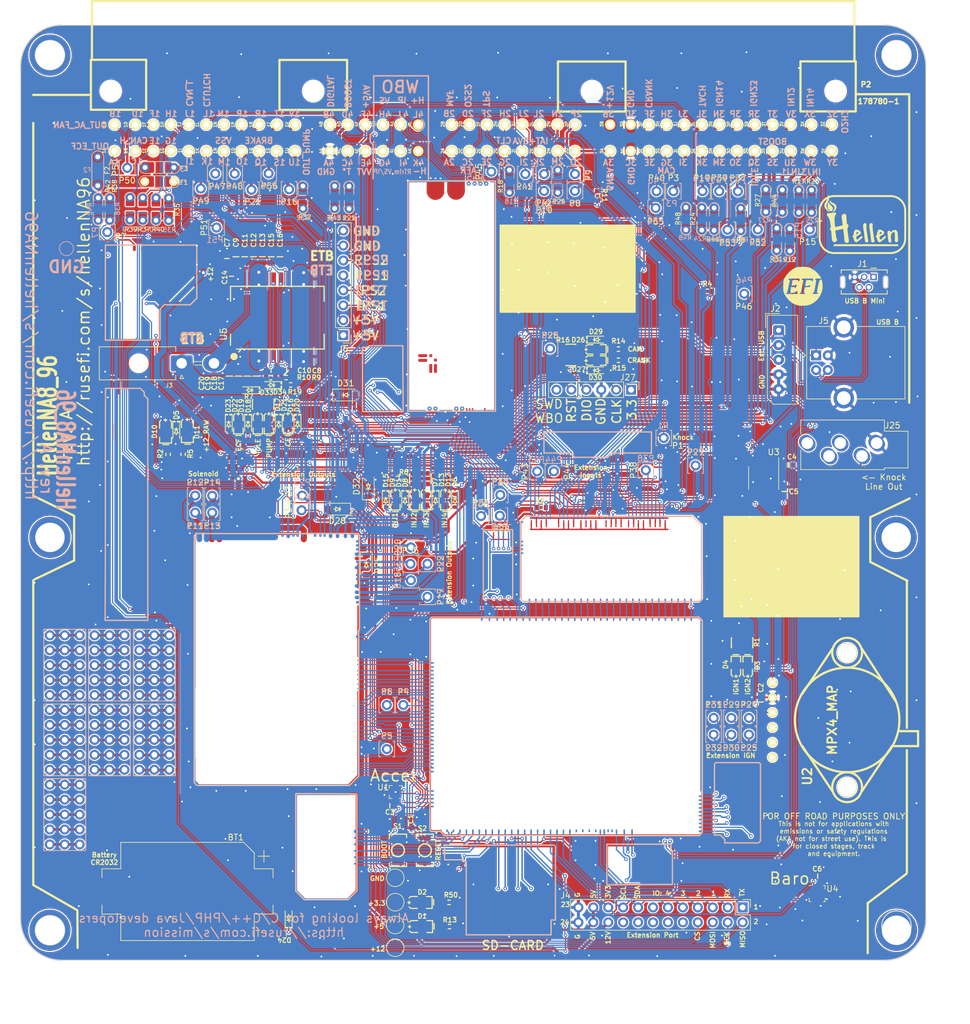
<source format=kicad_pcb>
(kicad_pcb (version 20210424) (generator pcbnew)

  (general
    (thickness 1.6)
  )

  (paper "A")
  (title_block
    (title "Hellen64_NA8_96")
    (date "2020-08-21")
    (rev "a")
  )

  (layers
    (0 "F.Cu" signal)
    (31 "B.Cu" signal)
    (32 "B.Adhes" user "B.Adhesive")
    (33 "F.Adhes" user "F.Adhesive")
    (34 "B.Paste" user)
    (35 "F.Paste" user)
    (36 "B.SilkS" user "B.Silkscreen")
    (37 "F.SilkS" user "F.Silkscreen")
    (38 "B.Mask" user)
    (39 "F.Mask" user)
    (40 "Dwgs.User" user "User.Drawings")
    (41 "Cmts.User" user "User.Comments")
    (42 "Eco1.User" user "User.Eco1")
    (43 "Eco2.User" user "User.Eco2")
    (44 "Edge.Cuts" user)
    (45 "Margin" user)
    (46 "B.CrtYd" user "B.Courtyard")
    (47 "F.CrtYd" user "F.Courtyard")
    (48 "B.Fab" user)
    (49 "F.Fab" user)
  )

  (setup
    (stackup
      (layer "F.SilkS" (type "Top Silk Screen"))
      (layer "F.Paste" (type "Top Solder Paste"))
      (layer "F.Mask" (type "Top Solder Mask") (color "Green") (thickness 0.01))
      (layer "F.Cu" (type "copper") (thickness 0.035))
      (layer "dielectric 1" (type "core") (thickness 1.51) (material "FR4") (epsilon_r 4.5) (loss_tangent 0.02))
      (layer "B.Cu" (type "copper") (thickness 0.035))
      (layer "B.Mask" (type "Bottom Solder Mask") (color "Green") (thickness 0.01))
      (layer "B.Paste" (type "Bottom Solder Paste"))
      (layer "B.SilkS" (type "Bottom Silk Screen"))
      (copper_finish "None")
      (dielectric_constraints no)
    )
    (pad_to_mask_clearance 0)
    (aux_axis_origin 21.09832 170.70534)
    (pcbplotparams
      (layerselection 0x00310f8_ffffffff)
      (disableapertmacros true)
      (usegerberextensions true)
      (usegerberattributes false)
      (usegerberadvancedattributes true)
      (creategerberjobfile false)
      (svguseinch false)
      (svgprecision 6)
      (excludeedgelayer true)
      (plotframeref false)
      (viasonmask false)
      (mode 1)
      (useauxorigin true)
      (hpglpennumber 1)
      (hpglpenspeed 20)
      (hpglpendiameter 15.000000)
      (dxfpolygonmode true)
      (dxfimperialunits true)
      (dxfusepcbnewfont true)
      (psnegative false)
      (psa4output false)
      (plotreference true)
      (plotvalue false)
      (plotinvisibletext false)
      (sketchpadsonfab false)
      (subtractmaskfromsilk false)
      (outputformat 1)
      (mirror false)
      (drillshape 0)
      (scaleselection 1)
      (outputdirectory "gerber/")
    )
  )

  (net 0 "")
  (net 1 "GND")
  (net 2 "/IN_CRANK")
  (net 3 "+12V")
  (net 4 "Net-(D1-Pad2)")
  (net 5 "/1G")
  (net 6 "/1H")
  (net 7 "/1E")
  (net 8 "/3B")
  (net 9 "/1B")
  (net 10 "/1A")
  (net 11 "/1D")
  (net 12 "Net-(D2-Pad2)")
  (net 13 "/1J")
  (net 14 "/1F")
  (net 15 "/1P")
  (net 16 "GNDA")
  (net 17 "/1N")
  (net 18 "/IN_BRAKE")
  (net 19 "Net-(D3-Pad2)")
  (net 20 "Net-(D4-Pad2)")
  (net 21 "/1V")
  (net 22 "/1U")
  (net 23 "/NRESET")
  (net 24 "unconnected-(J1-Pad4)")
  (net 25 "Net-(D12-Pad1)")
  (net 26 "/VBUS")
  (net 27 "/SD_MISO")
  (net 28 "/SD_SCK")
  (net 29 "/SD_MOSI")
  (net 30 "/SD_CS")
  (net 31 "unconnected-(J4-Pad18)")
  (net 32 "Net-(D13-Pad1)")
  (net 33 "unconnected-(J4-Pad16)")
  (net 34 "Net-(D14-Pad1)")
  (net 35 "unconnected-(J4-Pad14)")
  (net 36 "unconnected-(J4-Pad13)")
  (net 37 "unconnected-(J4-Pad12)")
  (net 38 "Net-(D15-Pad1)")
  (net 39 "/EXT_IO4")
  (net 40 "unconnected-(J4-Pad10)")
  (net 41 "/EXT_IO3")
  (net 42 "/EXT_SPI_CS2")
  (net 43 "/EXT_IO2")
  (net 44 "/EXT_SPI_MOSI")
  (net 45 "/EXT_IO1")
  (net 46 "/EXT_SPI_SCK")
  (net 47 "/UART_EXT_TX")
  (net 48 "/EXT_SPI_MISO")
  (net 49 "/UART_EXT_RX")
  (net 50 "Net-(D11-Pad2)")
  (net 51 "Net-(D16-Pad1)")
  (net 52 "Net-(D17-Pad1)")
  (net 53 "+5VA")
  (net 54 "Net-(D19-Pad1)")
  (net 55 "/EXT_I2C_SDA")
  (net 56 "/EXT_I2C_SCL")
  (net 57 "/PPS")
  (net 58 "/1C")
  (net 59 "/RES3")
  (net 60 "/CAM")
  (net 61 "/INJ3")
  (net 62 "/INJ4")
  (net 63 "/SENS3")
  (net 64 "/SENS1")
  (net 65 "/IN_SENS2")
  (net 66 "/IN_SENS3")
  (net 67 "/IN_KNOCK")
  (net 68 "/IN_TPS")
  (net 69 "unconnected-(M1-PadS14)")
  (net 70 "/IN_RES3")
  (net 71 "/IN_PPS")
  (net 72 "/MAIN")
  (net 73 "/LOW7_HIGH1")
  (net 74 "/O2H")
  (net 75 "/IN_TPS2")
  (net 76 "/VREF2")
  (net 77 "/O2H2")
  (net 78 "/IO8")
  (net 79 "/ALT_WARN")
  (net 80 "/ETB_EN")
  (net 81 "/IN_VSS")
  (net 82 "/+ETB")
  (net 83 "/SOLENOID_B2")
  (net 84 "/IDLE")
  (net 85 "/PP1")
  (net 86 "/LOW10")
  (net 87 "/IO12")
  (net 88 "/IO13")
  (net 89 "/INJ1")
  (net 90 "/INJ2")
  (net 91 "/PP2")
  (net 92 "/CRANK")
  (net 93 "/VSS")
  (net 94 "/ECF_RELAY")
  (net 95 "unconnected-(M3-PadN4)")
  (net 96 "unconnected-(M3-PadN5)")
  (net 97 "/CLT")
  (net 98 "/IAT")
  (net 99 "/MAF")
  (net 100 "/MAP2")
  (net 101 "/USB+")
  (net 102 "/USB-")
  (net 103 "/OUT_SOLENOID_A1")
  (net 104 "/OUT_SOLENOID_A2")
  (net 105 "/OUT_SOLENOID_B1")
  (net 106 "/OUT_SOLENOID_B2")
  (net 107 "+12V_PROT")
  (net 108 "/OUT_HIGH2")
  (net 109 "/OUT_LOW10")
  (net 110 "unconnected-(M1-PadE4)")
  (net 111 "unconnected-(M1-PadE3)")
  (net 112 "+5V")
  (net 113 "/OUT_HIGH1")
  (net 114 "/IGN1")
  (net 115 "/IGN2")
  (net 116 "/IGN3")
  (net 117 "/IGN4")
  (net 118 "/IGN5")
  (net 119 "/IGN6")
  (net 120 "/IGN7")
  (net 121 "/IGN8")
  (net 122 "/OUT_LOW7_PULLUP")
  (net 123 "/OUT_IGN3")
  (net 124 "/OUT_IGN4")
  (net 125 "/OUT_IGN5")
  (net 126 "/OUT_IGN6")
  (net 127 "/OUT_IGN7")
  (net 128 "/OUT_IGN8")
  (net 129 "/OUT_LOW5_DUAL")
  (net 130 "unconnected-(J27-Pad6)")
  (net 131 "unconnected-(M12-PadJ1)")
  (net 132 "unconnected-(M12-PadJ_GND1)")
  (net 133 "/VIGN")
  (net 134 "/D4")
  (net 135 "/D3")
  (net 136 "unconnected-(M3-PadN32)")
  (net 137 "/BOOT0")
  (net 138 "/IN_KNOCK_RAW")
  (net 139 "/WBO_Vs")
  (net 140 "/WBO_Vs{slash}Ip")
  (net 141 "/WBO_Ip")
  (net 142 "/WBO_R_Trim")
  (net 143 "/OUT_IGN1")
  (net 144 "/1I")
  (net 145 "Net-(P2-Pad23)")
  (net 146 "/VBAT")
  (net 147 "+3V3")
  (net 148 "/2E")
  (net 149 "/OUT_INJ2")
  (net 150 "/OUT_INJ1")
  (net 151 "/2H")
  (net 152 "unconnected-(M3-PadN11)")
  (net 153 "unconnected-(M3-PadN10)")
  (net 154 "unconnected-(M3-PadN9)")
  (net 155 "unconnected-(M3-PadN8)")
  (net 156 "/OUT_IDLE")
  (net 157 "/CAN_TX")
  (net 158 "/CAN_RX")
  (net 159 "/CAN_VIO")
  (net 160 "/2J")
  (net 161 "Net-(P2-Pad20)")
  (net 162 "Net-(P2-Pad21)")
  (net 163 "/CE")
  (net 164 "/TPS2")
  (net 165 "/IN_MAF")
  (net 166 "/IN_CLT")
  (net 167 "/IN_IAT")
  (net 168 "/IN_CLUTCH")
  (net 169 "/-ETB")
  (net 170 "/PUMP")
  (net 171 "/IN_D4")
  (net 172 "unconnected-(R1-Pad7)")
  (net 173 "unconnected-(R1-Pad6)")
  (net 174 "unconnected-(M3-PadE33)")
  (net 175 "/OUT_INJ4")
  (net 176 "/OUT_TACH")
  (net 177 "/OUT_INJ3")
  (net 178 "Net-(D18-Pad1)")
  (net 179 "/CLUTCH")
  (net 180 "/MAP3")
  (net 181 "/TPS")
  (net 182 "/SENS4")
  (net 183 "/KNOCK")
  (net 184 "/SENS2")
  (net 185 "unconnected-(U1-Pad5)")
  (net 186 "/IN_MAP3")
  (net 187 "unconnected-(U2-Pad6)")
  (net 188 "unconnected-(U2-Pad5)")
  (net 189 "unconnected-(U2-Pad4)")
  (net 190 "/AC_SW")
  (net 191 "/AC_FAN_RELAY")
  (net 192 "unconnected-(J11-Pad1)")
  (net 193 "unconnected-(J13-Pad1)")
  (net 194 "unconnected-(J14-Pad1)")
  (net 195 "unconnected-(J15-Pad1)")
  (net 196 "unconnected-(J16-Pad1)")
  (net 197 "+5V_IGN")
  (net 198 "+3V3_IGN")
  (net 199 "+12V_RAW")
  (net 200 "+12V_PERM")
  (net 201 "/CAN-")
  (net 202 "/CAN+")
  (net 203 "Net-(D26-Pad2)")
  (net 204 "Net-(D26-Pad1)")
  (net 205 "Net-(D27-Pad2)")
  (net 206 "Net-(D27-Pad1)")
  (net 207 "unconnected-(M1-PadJ17)")
  (net 208 "unconnected-(R16-Pad5)")
  (net 209 "unconnected-(R16-Pad4)")
  (net 210 "unconnected-(R16-Pad8)")
  (net 211 "unconnected-(R16-Pad1)")
  (net 212 "Net-(D10-Pad2)")
  (net 213 "/3I")
  (net 214 "/OUT_ECF_RELAY")
  (net 215 "/3S")
  (net 216 "/3Y")
  (net 217 "Net-(P2-Pad36)")
  (net 218 "/3J")
  (net 219 "/OUT_PUMP_RELAY")
  (net 220 "/3N")
  (net 221 "/3R")
  (net 222 "/3T")
  (net 223 "/3X")
  (net 224 "/3Z")
  (net 225 "Net-(G4-Pad10)")
  (net 226 "Net-(G4-Pad14)")
  (net 227 "Net-(G4-Pad13)")
  (net 228 "Net-(G4-Pad12)")
  (net 229 "/IN_AC_SW")
  (net 230 "Net-(G5-Pad10)")
  (net 231 "Net-(G5-Pad14)")
  (net 232 "Net-(G5-Pad13)")
  (net 233 "Net-(G5-Pad12)")
  (net 234 "Net-(G5-Pad1)")
  (net 235 "Net-(G6-Pad10)")
  (net 236 "Net-(G6-Pad14)")
  (net 237 "Net-(G6-Pad13)")
  (net 238 "Net-(G6-Pad12)")
  (net 239 "Net-(G6-Pad1)")
  (net 240 "Net-(G7-Pad10)")
  (net 241 "Net-(G7-Pad14)")
  (net 242 "Net-(G7-Pad13)")
  (net 243 "Net-(G7-Pad12)")
  (net 244 "Net-(G7-Pad1)")
  (net 245 "unconnected-(M5-PadS10)")
  (net 246 "/AC_RELAY")
  (net 247 "unconnected-(M5-PadW35)")
  (net 248 "Net-(C4-Pad2)")
  (net 249 "Net-(C4-Pad1)")
  (net 250 "unconnected-(J25-PadR)")
  (net 251 "Net-(U3-Pad6)")
  (net 252 "Net-(BT1-Pad1)")
  (net 253 "unconnected-(J25-PadRN)")
  (net 254 "unconnected-(J25-PadTN)")
  (net 255 "unconnected-(U4-Pad7)")
  (net 256 "Net-(J27-Pad1)")
  (net 257 "Net-(J27-Pad2)")
  (net 258 "Net-(J27-Pad4)")
  (net 259 "Net-(J27-Pad5)")
  (net 260 "unconnected-(U1-Pad12)")
  (net 261 "unconnected-(U1-Pad11)")
  (net 262 "Net-(M3-PadN25)")
  (net 263 "Net-(M3-PadN26)")
  (net 264 "Net-(M3-PadN27)")
  (net 265 "/IN_PRESSURE")
  (net 266 "/OUT_AC_RELAY")
  (net 267 "Net-(G4-Pad1)")
  (net 268 "unconnected-(M1-PadJ14)")
  (net 269 "/OUT_CHECK_ENGINE")
  (net 270 "/OUT_AC_FAN_RELAY")
  (net 271 "Net-(M12-PadW2)")
  (net 272 "Net-(M12-PadW4)")
  (net 273 "unconnected-(M12-PadJ2)")
  (net 274 "unconnected-(M12-PadJ_GND2)")
  (net 275 "unconnected-(M12-PadJ_VCC1)")
  (net 276 "unconnected-(M12-PadJ_VCC2)")
  (net 277 "Net-(M12-PadW3)")
  (net 278 "/OUT_VICS")
  (net 279 "/IN_O2S2")
  (net 280 "/IN_NEUTRAL")
  (net 281 "/IN_MAP")
  (net 282 "/IN_EGR_BOOST")
  (net 283 "Net-(P2-Pad41)")
  (net 284 "/IN_AFR")
  (net 285 "/IN_STEERING")
  (net 286 "/OUT_O2H")
  (net 287 "/3M")
  (net 288 "/OUT_O2H2")
  (net 289 "/2M")
  (net 290 "/3O")
  (net 291 "/2N")
  (net 292 "/2P")
  (net 293 "/3G")
  (net 294 "/3K")
  (net 295 "/3U")
  (net 296 "/3W")
  (net 297 "/3H")
  (net 298 "/3L")
  (net 299 "/4K")
  (net 300 "/3V")
  (net 301 "unconnected-(M1-PadJ10)")
  (net 302 "unconnected-(J17-Pad1)")
  (net 303 "/4L")
  (net 304 "/OUT_VVT")
  (net 305 "/STEERING")
  (net 306 "/AFR")
  (net 307 "/BRAKE")
  (net 308 "/EGR_BOOST")
  (net 309 "/TEMP")
  (net 310 "/PRESSURE")
  (net 311 "/IN_O2S3")
  (net 312 "/DIGITAL")
  (net 313 "/IN_DIGITAL")
  (net 314 "/OUT_BOOST")
  (net 315 "/4C")
  (net 316 "/3P")
  (net 317 "/4D")
  (net 318 "/IN_TEMP_OR_PPS2")
  (net 319 "Net-(C8-Pad1)")
  (net 320 "Net-(C10-Pad1)")
  (net 321 "Net-(C10-Pad2)")
  (net 322 "Net-(C14-Pad2)")
  (net 323 "Net-(D33-Pad1)")
  (net 324 "/OUT_ETB+")
  (net 325 "/OUT_ETB-")
  (net 326 "+12V_ETB")
  (net 327 "Net-(G9-Pad12)")
  (net 328 "Net-(G9-Pad13)")
  (net 329 "Net-(G11-Pad1)")
  (net 330 "Net-(G11-Pad12)")
  (net 331 "Net-(G11-Pad13)")
  (net 332 "Net-(G11-Pad14)")
  (net 333 "Net-(G12-Pad12)")
  (net 334 "Net-(G12-Pad13)")
  (net 335 "Net-(G12-Pad14)")
  (net 336 "Net-(G12-Pad10)")
  (net 337 "Net-(G9-Pad10)")
  (net 338 "Net-(G9-Pad14)")
  (net 339 "Net-(G11-Pad10)")
  (net 340 "Net-(G12-Pad1)")
  (net 341 "Net-(G9-Pad1)")
  (net 342 "/VVT")
  (net 343 "/BOOST")
  (net 344 "/VICS")
  (net 345 "/EXT_SPI_CS")
  (net 346 "/OUT_IGN2")
  (net 347 "Net-(M5-PadS13)")
  (net 348 "/OUT_PP1")

  (footprint "rusefi_lib:LOGO" (layer "F.Cu") (at 154.175 56.15))

  (footprint "rusefi_lib:Off_Road_Disclaimer" (layer "F.Cu") (at 166.61096 62.518 90))

  (footprint "hellen-one-sd-0.1:sd" (layer "F.Cu") (at 93.141861 166.485307))

  (footprint "hellen-one-knock-0.1:knock" (layer "F.Cu") (at 128.509785 80.786596 180))

  (footprint "hellen-one-common:PAD-0805-PAD" (layer "F.Cu") (at 69.122748 40.975 90))

  (footprint "hellen-one-common:PAD-TH" (layer "F.Cu") (at 83.4007 134.79512))

  (footprint "hellen-one-common:PAD-TH" (layer "F.Cu") (at 83.4007 127.29294))

  (footprint "hellen-one-common:PAD-TH" (layer "F.Cu") (at 54.225 36.975))

  (footprint "hellen-one-common:R0603" (layer "F.Cu") (at 46.19832 84.69284 -90))

  (footprint "Connector_PinHeader_2.54mm:PinHeader_1x06_P2.54mm_Vertical" (layer "F.Cu") (at 124.95 73.7 -90))

  (footprint "hellen-one-common:R0603" (layer "F.Cu") (at 137.925 56.975))

  (footprint "hellen-one-common:PAD-TH" (layer "F.Cu") (at 137.1 39.925))

  (footprint "TestPoint:TestPoint_Pad_D2.0mm" (layer "F.Cu") (at 84.817979 168.569299))

  (footprint "hellen-one-common:C0603" (layer "F.Cu") (at 83.909999 144.4))

  (footprint "hellen-one-common:PAD-TH" (layer "F.Cu") (at 111.175 66.7))

  (footprint "hellen-one-common:PROTO_AREA" (layer "F.Cu") (at 41.30832 125.608018 90))

  (footprint "hellen-one-common:R0603" (layer "F.Cu") (at 66.275 71.625))

  (footprint "hellen-one-common:PAD-TH" (layer "F.Cu") (at 110.15 37.025))

  (footprint "hellen-one-common:PAD-0805-PAD" (layer "F.Cu") (at 76.975 41.000021 90))

  (footprint "hellen-one-common:PAD-TH" (layer "F.Cu") (at 50.8 91.7))

  (footprint "hellen-one-common:PROTO_AREA" (layer "F.Cu") (at 33.68832 138.308018 90))

  (footprint "hellen-one-common:PAD-TH" (layer "F.Cu") (at 139.95 39.95))

  (footprint "hellen-one-output-0.2:output" (layer "F.Cu") (at 78.81486 98.04862 180))

  (footprint "hellen-one-common:PAD-TH" (layer "F.Cu") (at 129.275 39.95))

  (footprint "hellen-one-common:LED-0805" (layer "F.Cu") (at 89.30436 164.975 180))

  (footprint "hellen-one-common:PAD-0805-PAD" (layer "F.Cu") (at 134.275 44.6 90))

  (footprint "hellen-one-common:SOD-323" (layer "F.Cu") (at 83.210209 92.54925 -90))

  (footprint "hellen-one-common:C0603" (layer "F.Cu") (at 56.228517 51.393556 -90))

  (footprint "hellen-one-common:C0603" (layer "F.Cu") (at 87.65 148.975 -90))

  (footprint "hellen-one-common:PAD-TH" (layer "F.Cu") (at 155.35 46.45 180))

  (footprint "hellen-one-common:SMD-2_2.9x3.9x1.7" (layer "F.Cu") (at 85.3 152 -90))

  (footprint "hellen-one-common:LED-0603" (layer "F.Cu") (at 93.310209 92.44925 90))

  (footprint "hellen-one-common:PAD-TH" (layer "F.Cu") (at 60.375 39.7))

  (footprint "hellen-one-common:C0603" (layer "F.Cu") (at 151.690001 86.5 180))

  (footprint "hellen-one-common:PAD-0805-PAD" (layer "F.Cu") (at 136.975 44.65 90))

  (footprint "hellen-one-common:SOD-123" (layer "F.Cu") (at 74.995 94 180))

  (footprint "hellen-one-common:SOD-323" (layer "F.Cu") (at 94.997706 92.550749 -90))

  (footprint "hellen-one-common:PAD-0805-PAD" (layer "F.Cu") (at 34.3 42.975 90))

  (footprint "hellen-one-common:178780-1" (layer "F.Cu") (at 146.63696 33.12622))

  (footprint "hellen-one-common:SOD-323" (layer "F.Cu") (at 59.787497 79.601499 -90))

  (footprint "hellen-one-common:PAD-TH" (layer "F.Cu") (at 63.29832 36.925 180))

  (footprint "hellen-one-common:PAD-TH" (layer "F.Cu") (at 146.5 46.45 180))

  (footprint "hellen-one-common:LED-0805" (layer "F.Cu") (at 49.47332 80.79284 90))

  (footprint "hellen-one-common:C0805" (layer "F.Cu")
    (tedit 0) (tstamp 354dd2a5-275a-4c02-ae77-d05419b1ae0f)
    (at 61.15 71.375 -90)
    (descr "Capacitor SMD 0805")
    (property "LCSC" "C15850")
    (property "Sheetfile" "hellen64_NA8_96.kicad_sch")
    (property "Sheetname" "")
    (path "/30a68043-7bb6-45ef-9dab-59665482d70a")
    (fp_text reference "C17" (at 2.525 5.425 90 unlocked) (layer "F.SilkS")
      (effects (font (size 0.82 0.82) (thickness 0.17)) (justify left bottom))
      (tstamp 86bcce9c-5dd1-4248-8c1
... [4403694 chars truncated]
</source>
